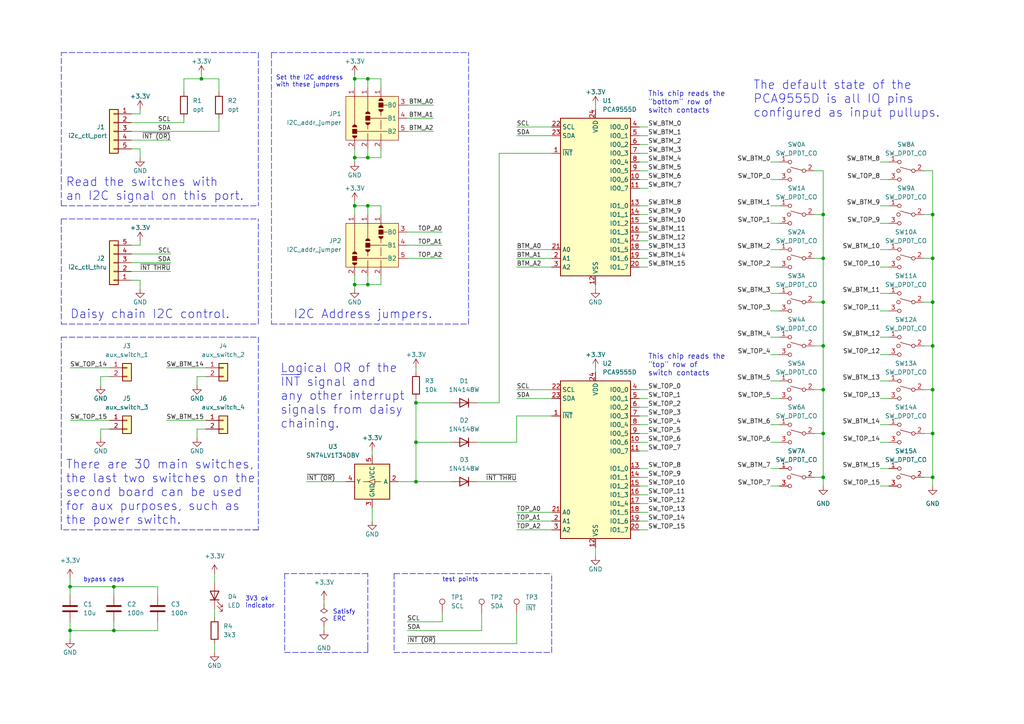
<source format=kicad_sch>
(kicad_sch (version 20211123) (generator eeschema)
  (paper "A4")
  (title_block (title "Switch Board") (date "2022-08-13") (rev "0.1") (comment 2 "I2C Switch Drivers") (comment 3 "Obedience project") (comment 4 "Drawn by: Jordan Aceto"))
  (lib_symbols
    (symbol "Connector:TestPoint" (pin_numbers hide) (pin_names (offset 0.762) hide)
      (property "Reference" "TP" (at 0 6.858 0))
      (property "Value" "TestPoint" (at 0 5.08 0))
      (symbol "TestPoint_0_1"
        (circle (center 0 3.302) (radius 0.762))
      )
      (symbol "TestPoint_1_1"
        (pin passive line (at 0 0 90) (length 2.54) (name "1") (number "1"))
      )
    )
    (symbol "Connector_Generic:Conn_01x02" (pin_names (offset 1.016) hide)
      (property "Reference" "J" (at 0 2.54 0))
      (property "Value" "Conn_01x02" (at 0 -5.08 0))
      (symbol "Conn_01x02_1_1"
        (rectangle (start -1.27 -2.413) (end 0 -2.667) (stroke (width 0.1524)))
        (rectangle (start -1.27 0.127) (end 0 -0.127) (stroke (width 0.1524)))
        (rectangle (start -1.27 1.27) (end 1.27 -3.81) (stroke (width 0.254)) (fill (type background)))
        (pin passive line (at -5.08 0 0) (length 3.81) (name "Pin_1") (number "1"))
        (pin passive line (at -5.08 -2.54 0) (length 3.81) (name "Pin_2") (number "2"))
      )
    )
    (symbol "Connector_Generic:Conn_01x05" (pin_names (offset 1.016) hide)
      (property "Reference" "J" (at 0 7.62 0))
      (property "Value" "Conn_01x05" (at 0 -7.62 0))
      (symbol "Conn_01x05_1_1"
        (rectangle (start -1.27 -4.953) (end 0 -5.207) (stroke (width 0.1524)))
        (rectangle (start -1.27 -2.413) (end 0 -2.667) (stroke (width 0.1524)))
        (rectangle (start -1.27 0.127) (end 0 -0.127) (stroke (width 0.1524)))
        (rectangle (start -1.27 2.667) (end 0 2.413) (stroke (width 0.1524)))
        (rectangle (start -1.27 5.207) (end 0 4.953) (stroke (width 0.1524)))
        (rectangle (start -1.27 6.35) (end 1.27 -6.35) (stroke (width 0.254)) (fill (type background)))
        (pin passive line (at -5.08 5.08 0) (length 3.81) (name "Pin_1") (number "1"))
        (pin passive line (at -5.08 2.54 0) (length 3.81) (name "Pin_2") (number "2"))
        (pin passive line (at -5.08 0 0) (length 3.81) (name "Pin_3") (number "3"))
        (pin passive line (at -5.08 -2.54 0) (length 3.81) (name "Pin_4") (number "4"))
        (pin passive line (at -5.08 -5.08 0) (length 3.81) (name "Pin_5") (number "5"))
      )
    )
    (symbol "Device:C" (pin_numbers hide) (pin_names (offset 0.254))
      (property "Reference" "C" (at 0.635 2.54 0))
      (property "Value" "C" (at 0.635 -2.54 0))
      (symbol "C_0_1"
        (polyline (pts (xy -2.032 -0.762) (xy 2.032 -0.762)) (stroke (width 0.508)))
        (polyline (pts (xy -2.032 0.762) (xy 2.032 0.762)) (stroke (width 0.508)))
      )
      (symbol "C_1_1"
        (pin passive line (at 0 3.81 270) (length 2.794) (name "~") (number "1"))
        (pin passive line (at 0 -3.81 90) (length 2.794) (name "~") (number "2"))
      )
    )
    (symbol "Device:LED" (pin_numbers hide) (pin_names (offset 1.016) hide)
      (property "Reference" "D" (at 0 2.54 0))
      (property "Value" "LED" (at 0 -2.54 0))
      (symbol "LED_0_1"
        (polyline (pts (xy -1.27 -1.27) (xy -1.27 1.27)) (stroke (width 0.254)))
        (polyline (pts (xy -1.27 0) (xy 1.27 0)))
        (polyline (pts (xy 1.27 -1.27) (xy 1.27 1.27) (xy -1.27 0) (xy 1.27 -1.27)) (stroke (width 0.254)))
        (polyline (pts (xy -3.048 -0.762) (xy -4.572 -2.286) (xy -3.81 -2.286) (xy -4.572 -2.286) (xy -4.572 -1.524)))
        (polyline (pts (xy -1.778 -0.762) (xy -3.302 -2.286) (xy -2.54 -2.286) (xy -3.302 -2.286) (xy -3.302 -1.524)))
      )
      (symbol "LED_1_1"
        (pin passive line (at -3.81 0 0) (length 2.54) (name "K") (number "1"))
        (pin passive line (at 3.81 0 180) (length 2.54) (name "A") (number "2"))
      )
    )
    (symbol "Device:R" (pin_numbers hide) (pin_names (offset 0))
      (property "Reference" "R" (at 2.032 0 90))
      (property "Value" "R" (at 0 0 90))
      (symbol "R_0_1"
        (rectangle (start -1.016 -2.54) (end 1.016 2.54) (stroke (width 0.254)))
      )
      (symbol "R_1_1"
        (pin passive line (at 0 3.81 270) (length 1.27) (name "~") (number "1"))
        (pin passive line (at 0 -3.81 90) (length 1.27) (name "~") (number "2"))
      )
    )
    (symbol "Diode:1N4148W" (pin_numbers hide) (pin_names (offset 1.016) hide)
      (property "Reference" "D" (at 0 2.54 0))
      (property "Value" "1N4148W" (at 0 -2.54 0))
      (symbol "1N4148W_0_1"
        (polyline (pts (xy -1.27 1.27) (xy -1.27 -1.27)) (stroke (width 0.254)))
        (polyline (pts (xy 1.27 0) (xy -1.27 0)))
        (polyline (pts (xy 1.27 1.27) (xy 1.27 -1.27) (xy -1.27 0) (xy 1.27 1.27)) (stroke (width 0.254)))
      )
      (symbol "1N4148W_1_1"
        (pin passive line (at -3.81 0 0) (length 2.54) (name "K") (number "1"))
        (pin passive line (at 3.81 0 180) (length 2.54) (name "A") (number "2"))
      )
    )
    (symbol "Interface_Expansion:PCA9555D"
      (property "Reference" "U" (at -8.89 24.13 0))
      (property "Value" "PCA9555D" (at 6.35 24.13 0))
      (symbol "PCA9555D_0_1"
        (rectangle (start -10.16 22.86) (end 10.16 -22.86) (stroke (width 0.254)) (fill (type background)))
      )
      (symbol "PCA9555D_1_1"
        (pin open_collector line (at -12.7 12.7 0) (length 2.54) (name "~{INT}") (number "1"))
        (pin bidirectional line (at 12.7 5.08 180) (length 2.54) (name "IO0_6") (number "10"))
        (pin bidirectional line (at 12.7 2.54 180) (length 2.54) (name "IO0_7") (number "11"))
        (pin power_in line (at 0 -25.4 90) (length 2.54) (name "VSS") (number "12"))
        (pin bidirectional line (at 12.7 -2.54 180) (length 2.54) (name "IO1_0") (number "13"))
        (pin bidirectional line (at 12.7 -5.08 180) (length 2.54) (name "IO1_1") (number "14"))
        (pin bidirectional line (at 12.7 -7.62 180) (length 2.54) (name "IO1_2") (number "15"))
        (pin bidirectional line (at 12.7 -10.16 180) (length 2.54) (name "IO1_3") (number "16"))
        (pin bidirectional line (at 12.7 -12.7 180) (length 2.54) (name "IO1_4") (number "17"))
        (pin bidirectional line (at 12.7 -15.24 180) (length 2.54) (name "IO1_5") (number "18"))
        (pin bidirectional line (at 12.7 -17.78 180) (length 2.54) (name "IO1_6") (number "19"))
        (pin input line (at -12.7 -17.78 0) (length 2.54) (name "A1") (number "2"))
        (pin bidirectional line (at 12.7 -20.32 180) (length 2.54) (name "IO1_7") (number "20"))
        (pin input line (at -12.7 -15.24 0) (length 2.54) (name "A0") (number "21"))
        (pin input line (at -12.7 20.32 0) (length 2.54) (name "SCL") (number "22"))
        (pin bidirectional line (at -12.7 17.78 0) (length 2.54) (name "SDA") (number "23"))
        (pin power_in line (at 0 25.4 270) (length 2.54) (name "VDD") (number "24"))
        (pin input line (at -12.7 -20.32 0) (length 2.54) (name "A2") (number "3"))
        (pin bidirectional line (at 12.7 20.32 180) (length 2.54) (name "IO0_0") (number "4"))
        (pin bidirectional line (at 12.7 17.78 180) (length 2.54) (name "IO0_1") (number "5"))
        (pin bidirectional line (at 12.7 15.24 180) (length 2.54) (name "IO0_2") (number "6"))
        (pin bidirectional line (at 12.7 12.7 180) (length 2.54) (name "IO0_3") (number "7"))
        (pin bidirectional line (at 12.7 10.16 180) (length 2.54) (name "IO0_4") (number "8"))
        (pin bidirectional line (at 12.7 7.62 180) (length 2.54) (name "IO0_5") (number "9"))
      )
    )
    (symbol "Logic_LevelTranslator:SN74LV1T34DBV"
      (property "Reference" "U" (at 5.08 6.35 0))
      (property "Value" "SN74LV1T34DBV" (at 5.08 3.81 0))
      (symbol "SN74LV1T34DBV_0_1"
        (rectangle (start -5.08 5.08) (end 5.08 -5.08) (stroke (width 0.254)) (fill (type background)))
        (polyline (pts (xy -0.762 0) (xy -2.54 0)))
        (polyline (pts (xy 1.016 0) (xy 2.54 0)))
      )
      (symbol "SN74LV1T34DBV_1_1"
        (polyline (pts (xy -0.762 -0.762) (xy -0.762 0.762) (xy 1.016 0) (xy -0.762 -0.762)))
        (pin no_connect line (at -5.08 2.54 0) (length 2.54) hide (name "NC") (number "1"))
        (pin input line (at -7.62 0 0) (length 2.54) (name "A") (number "2"))
        (pin power_in line (at 0 -7.62 90) (length 2.54) (name "GND") (number "3"))
        (pin output line (at 7.62 0 180) (length 2.54) (name "Y") (number "4"))
        (pin power_in line (at 0 7.62 270) (length 2.54) (name "VCC") (number "5"))
      )
    )
    (symbol "custom_symbols:I2C_addr_jumper"
      (property "Reference" "JP" (at 12.7 10.795 0))
      (property "Value" "I2C_addr_jumper" (at 13.97 8.89 0))
      (symbol "I2C_addr_jumper_0_1"
        (rectangle (start -6.35 6.35) (end 8.89 -6.35) (fill (type background)))
        (arc (start -4.445 -5.08) (mid -3.81 -5.7038) (end -3.175 -5.08) (fill (type outline)))
        (rectangle (start -4.445 -3.175) (end -3.175 -4.445) (fill (type outline)))
        (arc (start -3.175 -2.54) (mid -3.81 -1.9162) (end -4.445 -2.54) (fill (type outline)))
        (arc (start -0.635 -1.27) (mid 0 -1.8938) (end 0.635 -1.27) (fill (type outline)))
        (rectangle (start -0.635 0.635) (end 0.635 -0.635) (fill (type outline)))
        (polyline (pts (xy -4.445 -2.54) (xy -3.175 -2.54)) (fill (type outline)))
        (polyline (pts (xy -3.81 -5.715) (xy -3.81 -6.35)))
        (polyline (pts (xy -3.81 6.35) (xy -3.81 -1.905)))
        (polyline (pts (xy -3.175 -5.08) (xy -4.445 -5.08)) (fill (type outline)))
        (polyline (pts (xy -0.635 1.27) (xy 0.635 1.27)) (fill (type outline)))
        (polyline (pts (xy 0 -4.445) (xy 0 -6.35)))
        (polyline (pts (xy 0 -1.905) (xy 0 -3.175)))
        (polyline (pts (xy 0 6.35) (xy 0 1.905)))
        (polyline (pts (xy 0.635 -1.27) (xy -0.635 -1.27)) (fill (type outline)))
        (polyline (pts (xy 3.175 5.08) (xy 4.445 5.08)) (fill (type outline)))
        (polyline (pts (xy 3.81 -4.445) (xy 3.81 -6.35)))
        (polyline (pts (xy 3.81 -0.635) (xy 3.81 -3.175)))
        (polyline (pts (xy 3.81 1.905) (xy 3.81 0.635)))
        (polyline (pts (xy 3.81 6.35) (xy 3.81 5.715)))
        (polyline (pts (xy 4.445 2.54) (xy 3.175 2.54)) (fill (type outline)))
        (polyline (pts (xy 5.715 -3.81) (xy -3.175 -3.81)))
        (polyline (pts (xy 5.715 0) (xy 0.635 0)))
        (polyline (pts (xy 5.715 3.81) (xy 4.445 3.81)))
        (arc (start 0.635 1.27) (mid 0 1.8938) (end -0.635 1.27) (fill (type outline)))
        (arc (start 3.175 2.54) (mid 3.81 1.9162) (end 4.445 2.54) (fill (type outline)))
        (rectangle (start 3.175 4.445) (end 4.445 3.175) (fill (type outline)))
        (arc (start 4.445 5.08) (mid 3.81 5.7038) (end 3.175 5.08) (fill (type outline)))
      )
      (symbol "I2C_addr_jumper_1_1"
        (pin passive line (at -3.81 8.89 270) (length 2.54) (name "") (number "1"))
        (pin passive line (at 0 8.89 270) (length 2.54) (name "") (number "1"))
        (pin passive line (at 3.81 8.89 270) (length 2.54) (name "") (number "1"))
        (pin passive line (at -3.81 -8.89 90) (length 2.54) (name "") (number "2"))
        (pin passive line (at 0 -8.89 90) (length 2.54) (name "") (number "2"))
        (pin passive line (at 3.81 -8.89 90) (length 2.54) (name "") (number "2"))
        (pin output line (at 11.43 3.81 180) (length 2.54) (name "B0") (number "3"))
        (pin output line (at 11.43 0 180) (length 2.54) (name "B1") (number "4"))
        (pin output line (at 11.43 -3.81 180) (length 2.54) (name "B2") (number "5"))
      )
    )
    (symbol "custom_symbols:SW_DPDT_CO" (pin_names (offset 0) hide)
      (property "Reference" "SW0" (at -0.127 7.62 0))
      (property "Value" "SW_DPDT_CO" (at -0.127 5.08 0))
      (symbol "SW_DPDT_CO_0_0"
        (circle (center -2.032 0) (radius 0.508))
        (polyline (pts (xy -1.524 0.127) (xy 1.778 1.016)))
        (circle (center 2.032 -2.54) (radius 0.508))
      )
      (symbol "SW_DPDT_CO_0_1"
        (circle (center 2.032 2.54) (radius 0.508))
        (circle (center 2.286 0) (radius 0.508))
      )
      (symbol "SW_DPDT_CO_1_1"
        (pin passive line (at 5.08 2.54 180) (length 2.54) (name "1") (number "1"))
        (pin passive line (at -5.08 0 0) (length 2.54) (name "2") (number "2"))
        (pin passive line (at 5.08 -2.54 180) (length 2.54) (name "3") (number "3"))
      )
      (symbol "SW_DPDT_CO_2_1"
        (pin passive line (at 5.08 2.54 180) (length 2.54) (name "4") (number "4"))
        (pin passive line (at -5.08 0 0) (length 2.54) (name "5") (number "5"))
        (pin passive line (at 5.08 -2.54 180) (length 2.54) (name "6") (number "6"))
      )
    )
    (symbol "power:+3.3V" (power) (pin_names (offset 0))
      (property "Value" "+3.3V" (at 0 3.556 0))
      (symbol "+3.3V_0_1"
        (polyline (pts (xy -0.762 1.27) (xy 0 2.54)))
        (polyline (pts (xy 0 0) (xy 0 2.54)))
        (polyline (pts (xy 0 2.54) (xy 0.762 1.27)))
      )
      (symbol "+3.3V_1_1"
        (pin power_in line (at 0 0 90) (length 0) hide (name "+3.3V") (number "1"))
      )
    )
    (symbol "power:GND" (power) (pin_names (offset 0))
      (property "Value" "GND" (at 0 -3.81 0))
      (symbol "GND_0_1"
        (polyline (pts (xy 0 0) (xy 0 -1.27) (xy 1.27 -1.27) (xy 0 -2.54) (xy -1.27 -1.27) (xy 0 -1.27)))
      )
      (symbol "GND_1_1"
        (pin power_in line (at 0 0 270) (length 0) hide (name "GND") (number "1"))
      )
    )
    (symbol "power:PWR_FLAG" (power) (pin_numbers hide) (pin_names (offset 0) hide)
      (property "Value" "PWR_FLAG" (at 0 3.81 0))
      (symbol "PWR_FLAG_0_0"
        (pin power_out line (at 0 0 90) (length 0) (name "pwr") (number "1"))
      )
      (symbol "PWR_FLAG_0_1"
        (polyline (pts (xy 0 0) (xy 0 1.27) (xy -1.016 1.905) (xy 0 2.54) (xy 1.016 1.905) (xy 0 1.27)))
      )
    )
  )
  (bus_alias "SPI" (members "MOSI" "MISO" "SCLK" "CS0" "CS1" "CS2"))
  (junction (at 270.51 125.73))
  (junction (at 120.65 128.27))
  (junction (at 238.76 62.23))
  (junction (at 238.76 74.93))
  (junction (at 106.68 82.55))
  (junction (at 238.76 138.43))
  (junction (at 20.32 170.18))
  (junction (at 120.65 116.84))
  (junction (at 106.68 22.86))
  (junction (at 238.76 113.03))
  (junction (at 270.51 113.03))
  (junction (at 238.76 125.73))
  (junction (at 102.87 59.69))
  (junction (at 33.02 170.18))
  (junction (at 102.87 45.72))
  (junction (at 270.51 74.93))
  (junction (at 270.51 138.43))
  (junction (at 102.87 22.86))
  (junction (at 238.76 100.33))
  (junction (at 20.32 182.88))
  (junction (at 120.65 139.7))
  (junction (at 58.42 22.86))
  (junction (at 102.87 82.55))
  (junction (at 33.02 182.88))
  (junction (at 106.68 59.69))
  (junction (at 270.51 87.63))
  (junction (at 270.51 100.33))
  (junction (at 238.76 87.63))
  (junction (at 106.68 45.72))
  (junction (at 270.51 62.23))
  (wire (pts (xy 257.81 123.19) (xy 255.27 123.19)))
  (wire (pts (xy 270.51 138.43) (xy 267.97 138.43)))
  (wire (pts (xy 53.34 34.29) (xy 53.34 35.56)))
  (wire (pts (xy 58.42 21.59) (xy 58.42 22.86)))
  (wire (pts (xy 20.32 121.92) (xy 31.75 121.92)))
  (wire (pts (xy 107.95 130.81) (xy 107.95 132.08)))
  (wire (pts (xy 48.26 106.68) (xy 59.69 106.68)))
  (wire (pts (xy 93.98 182.88) (xy 93.98 181.61)))
  (polyline (pts (xy 106.68 187.96) (xy 106.68 166.37)))
  (wire (pts (xy 257.81 115.57) (xy 255.27 115.57)))
  (wire (pts (xy 48.26 121.92) (xy 59.69 121.92)))
  (wire (pts (xy 118.11 34.29) (xy 125.73 34.29)))
  (wire (pts (xy 226.06 85.09) (xy 223.52 85.09)))
  (wire (pts (xy 238.76 138.43) (xy 238.76 140.97)))
  (wire (pts (xy 118.11 186.69) (xy 149.86 186.69)))
  (wire (pts (xy 257.81 90.17) (xy 255.27 90.17)))
  (wire (pts (xy 130.81 128.27) (xy 120.65 128.27)))
  (wire (pts (xy 270.51 49.53) (xy 270.51 62.23)))
  (wire (pts (xy 270.51 100.33) (xy 270.51 113.03)))
  (polyline (pts (xy 73.66 153.67) (xy 74.93 153.67)))
  (wire (pts (xy 20.32 167.64) (xy 20.32 170.18)))
  (wire (pts (xy 40.64 81.28) (xy 40.64 83.82)))
  (wire (pts (xy 115.57 139.7) (xy 120.65 139.7)))
  (wire (pts (xy 38.1 33.02) (xy 40.64 33.02)))
  (wire (pts (xy 185.42 62.23) (xy 187.96 62.23)))
  (wire (pts (xy 185.42 143.51) (xy 187.96 143.51)))
  (wire (pts (xy 102.87 82.55) (xy 102.87 83.82)))
  (wire (pts (xy 267.97 100.33) (xy 270.51 100.33)))
  (wire (pts (xy 62.23 176.53) (xy 62.23 179.07)))
  (wire (pts (xy 59.69 124.46) (xy 57.15 124.46)))
  (wire (pts (xy 31.75 124.46) (xy 29.21 124.46)))
  (wire (pts (xy 149.86 72.39) (xy 160.02 72.39)))
  (wire (pts (xy 20.32 106.68) (xy 31.75 106.68)))
  (polyline (pts (xy 17.78 153.67) (xy 17.78 97.79)))
  (wire (pts (xy 106.68 22.86) (xy 106.68 25.4)))
  (wire (pts (xy 238.76 138.43) (xy 236.22 138.43)))
  (wire (pts (xy 45.72 170.18) (xy 33.02 170.18)))
  (wire (pts (xy 226.06 110.49) (xy 223.52 110.49)))
  (wire (pts (xy 138.43 128.27) (xy 149.86 128.27)))
  (wire (pts (xy 226.06 90.17) (xy 223.52 90.17)))
  (wire (pts (xy 172.72 82.55) (xy 172.72 83.82)))
  (wire (pts (xy 38.1 35.56) (xy 53.34 35.56)))
  (wire (pts (xy 185.42 36.83) (xy 187.96 36.83)))
  (wire (pts (xy 102.87 22.86) (xy 102.87 25.4)))
  (wire (pts (xy 149.86 77.47) (xy 160.02 77.47)))
  (polyline (pts (xy 17.78 63.5) (xy 74.93 63.5)))
  (wire (pts (xy 120.65 116.84) (xy 130.81 116.84)))
  (wire (pts (xy 106.68 59.69) (xy 102.87 59.69)))
  (wire (pts (xy 149.86 74.93) (xy 160.02 74.93)))
  (wire (pts (xy 118.11 30.48) (xy 125.73 30.48)))
  (polyline (pts (xy 82.55 189.23) (xy 106.68 189.23)))
  (wire (pts (xy 149.86 151.13) (xy 160.02 151.13)))
  (polyline (pts (xy 78.74 15.24) (xy 78.74 93.98)))
  (wire (pts (xy 267.97 74.93) (xy 270.51 74.93)))
  (wire (pts (xy 267.97 113.03) (xy 270.51 113.03)))
  (polyline (pts (xy 74.93 153.67) (xy 17.78 153.67)))
  (polyline (pts (xy 17.78 15.24) (xy 74.93 15.24)))
  (wire (pts (xy 40.64 31.75) (xy 40.64 33.02)))
  (wire (pts (xy 63.5 22.86) (xy 63.5 26.67)))
  (wire (pts (xy 33.02 170.18) (xy 20.32 170.18)))
  (wire (pts (xy 236.22 125.73) (xy 238.76 125.73)))
  (wire (pts (xy 63.5 22.86) (xy 58.42 22.86)))
  (wire (pts (xy 236.22 100.33) (xy 238.76 100.33)))
  (wire (pts (xy 102.87 43.18) (xy 102.87 45.72)))
  (wire (pts (xy 185.42 153.67) (xy 187.96 153.67)))
  (wire (pts (xy 102.87 45.72) (xy 102.87 46.99)))
  (wire (pts (xy 270.51 62.23) (xy 270.51 74.93)))
  (wire (pts (xy 185.42 135.89) (xy 187.96 135.89)))
  (wire (pts (xy 53.34 26.67) (xy 53.34 22.86)))
  (wire (pts (xy 138.43 139.7) (xy 149.86 139.7)))
  (wire (pts (xy 58.42 22.86) (xy 53.34 22.86)))
  (wire (pts (xy 20.32 182.88) (xy 33.02 182.88)))
  (wire (pts (xy 63.5 34.29) (xy 63.5 38.1)))
  (wire (pts (xy 226.06 128.27) (xy 223.52 128.27)))
  (wire (pts (xy 110.49 25.4) (xy 110.49 22.86)))
  (wire (pts (xy 118.11 182.88) (xy 139.7 182.88)))
  (wire (pts (xy 128.27 67.31) (xy 118.11 67.31)))
  (wire (pts (xy 149.86 113.03) (xy 160.02 113.03)))
  (wire (pts (xy 257.81 97.79) (xy 255.27 97.79)))
  (wire (pts (xy 120.65 128.27) (xy 120.65 139.7)))
  (wire (pts (xy 236.22 113.03) (xy 238.76 113.03)))
  (wire (pts (xy 40.64 43.18) (xy 40.64 45.72)))
  (polyline (pts (xy 114.3 189.23) (xy 160.02 189.23)))
  (wire (pts (xy 185.42 123.19) (xy 187.96 123.19)))
  (wire (pts (xy 149.86 115.57) (xy 160.02 115.57)))
  (wire (pts (xy 102.87 59.69) (xy 102.87 62.23)))
  (wire (pts (xy 270.51 113.03) (xy 270.51 125.73)))
  (wire (pts (xy 226.06 46.99) (xy 223.52 46.99)))
  (wire (pts (xy 257.81 77.47) (xy 255.27 77.47)))
  (wire (pts (xy 226.06 115.57) (xy 223.52 115.57)))
  (wire (pts (xy 57.15 124.46) (xy 57.15 127)))
  (wire (pts (xy 107.95 147.32) (xy 107.95 151.13)))
  (polyline (pts (xy 82.55 166.37) (xy 82.55 189.23)))
  (wire (pts (xy 185.42 54.61) (xy 187.96 54.61)))
  (wire (pts (xy 110.49 45.72) (xy 110.49 43.18)))
  (wire (pts (xy 38.1 76.2) (xy 49.53 76.2)))
  (wire (pts (xy 20.32 170.18) (xy 20.32 172.72)))
  (polyline (pts (xy 17.78 97.79) (xy 74.93 97.79)))
  (polyline (pts (xy 78.74 93.98) (xy 135.89 93.98)))
  (wire (pts (xy 102.87 80.01) (xy 102.87 82.55)))
  (wire (pts (xy 257.81 72.39) (xy 255.27 72.39)))
  (wire (pts (xy 226.06 64.77) (xy 223.52 64.77)))
  (wire (pts (xy 62.23 166.37) (xy 62.23 168.91)))
  (polyline (pts (xy 106.68 166.37) (xy 82.55 166.37)))
  (wire (pts (xy 236.22 87.63) (xy 238.76 87.63)))
  (wire (pts (xy 267.97 62.23) (xy 270.51 62.23)))
  (wire (pts (xy 38.1 81.28) (xy 40.64 81.28)))
  (wire (pts (xy 93.98 173.99) (xy 93.98 175.26)))
  (wire (pts (xy 257.81 102.87) (xy 255.27 102.87)))
  (wire (pts (xy 120.65 107.95) (xy 120.65 106.68)))
  (wire (pts (xy 185.42 39.37) (xy 187.96 39.37)))
  (wire (pts (xy 149.86 148.59) (xy 160.02 148.59)))
  (wire (pts (xy 139.7 177.8) (xy 139.7 182.88)))
  (wire (pts (xy 106.68 45.72) (xy 110.49 45.72)))
  (wire (pts (xy 106.68 22.86) (xy 102.87 22.86)))
  (wire (pts (xy 185.42 120.65) (xy 187.96 120.65)))
  (wire (pts (xy 257.81 128.27) (xy 255.27 128.27)))
  (wire (pts (xy 144.78 116.84) (xy 144.78 44.45)))
  (wire (pts (xy 185.42 77.47) (xy 187.96 77.47)))
  (wire (pts (xy 38.1 38.1) (xy 63.5 38.1)))
  (wire (pts (xy 236.22 49.53) (xy 238.76 49.53)))
  (wire (pts (xy 257.81 140.97) (xy 255.27 140.97)))
  (wire (pts (xy 238.76 74.93) (xy 238.76 87.63)))
  (wire (pts (xy 110.49 22.86) (xy 106.68 22.86)))
  (wire (pts (xy 172.72 106.68) (xy 172.72 107.95)))
  (wire (pts (xy 185.42 67.31) (xy 187.96 67.31)))
  (wire (pts (xy 45.72 170.18) (xy 45.72 172.72)))
  (wire (pts (xy 270.51 87.63) (xy 270.51 100.33)))
  (wire (pts (xy 185.42 59.69) (xy 187.96 59.69)))
  (wire (pts (xy 185.42 64.77) (xy 187.96 64.77)))
  (wire (pts (xy 120.65 115.57) (xy 120.65 116.84)))
  (wire (pts (xy 267.97 49.53) (xy 270.51 49.53)))
  (wire (pts (xy 29.21 124.46) (xy 29.21 127)))
  (wire (pts (xy 185.42 113.03) (xy 187.96 113.03)))
  (polyline (pts (xy 74.93 15.24) (xy 74.93 59.69)))
  (wire (pts (xy 185.42 115.57) (xy 187.96 115.57)))
  (wire (pts (xy 20.32 185.42) (xy 20.32 182.88)))
  (wire (pts (xy 226.06 140.97) (xy 223.52 140.97)))
  (wire (pts (xy 238.76 113.03) (xy 238.76 125.73)))
  (wire (pts (xy 185.42 44.45) (xy 187.96 44.45)))
  (wire (pts (xy 238.76 87.63) (xy 238.76 100.33)))
  (wire (pts (xy 257.81 135.89) (xy 255.27 135.89)))
  (wire (pts (xy 128.27 177.8) (xy 128.27 180.34)))
  (wire (pts (xy 226.06 77.47) (xy 223.52 77.47)))
  (polyline (pts (xy 74.93 93.98) (xy 74.93 63.5)))
  (wire (pts (xy 270.51 138.43) (xy 270.51 140.97)))
  (wire (pts (xy 106.68 80.01) (xy 106.68 82.55)))
  (wire (pts (xy 40.64 69.85) (xy 40.64 71.12)))
  (wire (pts (xy 106.68 43.18) (xy 106.68 45.72)))
  (wire (pts (xy 185.42 41.91) (xy 187.96 41.91)))
  (wire (pts (xy 185.42 74.93) (xy 187.96 74.93)))
  (wire (pts (xy 20.32 180.34) (xy 20.32 182.88)))
  (wire (pts (xy 172.72 30.48) (xy 172.72 31.75)))
  (polyline (pts (xy 17.78 59.69) (xy 74.93 59.69)))
  (wire (pts (xy 226.06 97.79) (xy 223.52 97.79)))
  (polyline (pts (xy 114.3 166.37) (xy 160.02 166.37)))
  (wire (pts (xy 185.42 49.53) (xy 187.96 49.53)))
  (wire (pts (xy 38.1 71.12) (xy 40.64 71.12)))
  (wire (pts (xy 226.06 59.69) (xy 223.52 59.69)))
  (polyline (pts (xy 17.78 93.98) (xy 74.93 93.98)))
  (wire (pts (xy 100.33 139.7) (xy 88.9 139.7)))
  (wire (pts (xy 62.23 186.69) (xy 62.23 189.23)))
  (wire (pts (xy 185.42 52.07) (xy 187.96 52.07)))
  (wire (pts (xy 257.81 110.49) (xy 255.27 110.49)))
  (wire (pts (xy 257.81 59.69) (xy 255.27 59.69)))
  (wire (pts (xy 149.86 120.65) (xy 160.02 120.65)))
  (wire (pts (xy 45.72 180.34) (xy 45.72 182.88)))
  (wire (pts (xy 149.86 36.83) (xy 160.02 36.83)))
  (wire (pts (xy 267.97 125.73) (xy 270.51 125.73)))
  (wire (pts (xy 33.02 182.88) (xy 45.72 182.88)))
  (wire (pts (xy 102.87 82.55) (xy 106.68 82.55)))
  (wire (pts (xy 185.42 118.11) (xy 187.96 118.11)))
  (wire (pts (xy 238.76 62.23) (xy 238.76 74.93)))
  (wire (pts (xy 110.49 82.55) (xy 110.49 80.01)))
  (wire (pts (xy 267.97 87.63) (xy 270.51 87.63)))
  (wire (pts (xy 226.06 135.89) (xy 223.52 135.89)))
  (wire (pts (xy 38.1 73.66) (xy 49.53 73.66)))
  (polyline (pts (xy 114.3 166.37) (xy 114.3 189.23)))
  (wire (pts (xy 102.87 45.72) (xy 106.68 45.72)))
  (wire (pts (xy 149.86 177.8) (xy 149.86 186.69)))
  (wire (pts (xy 185.42 140.97) (xy 187.96 140.97)))
  (wire (pts (xy 149.86 39.37) (xy 160.02 39.37)))
  (wire (pts (xy 238.76 125.73) (xy 238.76 138.43)))
  (wire (pts (xy 149.86 153.67) (xy 160.02 153.67)))
  (polyline (pts (xy 135.89 93.98) (xy 135.89 15.24)))
  (wire (pts (xy 185.42 46.99) (xy 187.96 46.99)))
  (wire (pts (xy 144.78 44.45) (xy 160.02 44.45)))
  (wire (pts (xy 57.15 109.22) (xy 57.15 111.76)))
  (wire (pts (xy 120.65 139.7) (xy 130.81 139.7)))
  (wire (pts (xy 138.43 116.84) (xy 144.78 116.84)))
  (wire (pts (xy 110.49 62.23) (xy 110.49 59.69)))
  (wire (pts (xy 185.42 151.13) (xy 187.96 151.13)))
  (wire (pts (xy 38.1 40.64) (xy 49.53 40.64)))
  (wire (pts (xy 118.11 180.34) (xy 128.27 180.34)))
  (polyline (pts (xy 74.93 97.79) (xy 74.93 153.67)))
  (wire (pts (xy 226.06 72.39) (xy 223.52 72.39)))
  (wire (pts (xy 172.72 158.75) (xy 172.72 161.29)))
  (wire (pts (xy 120.65 128.27) (xy 120.65 116.84)))
  (wire (pts (xy 185.42 69.85) (xy 187.96 69.85)))
  (wire (pts (xy 226.06 123.19) (xy 223.52 123.19)))
  (polyline (pts (xy 17.78 63.5) (xy 17.78 93.98)))
  (wire (pts (xy 257.81 52.07) (xy 255.27 52.07)))
  (polyline (pts (xy 78.74 15.24) (xy 135.89 15.24)))
  (wire (pts (xy 238.76 49.53) (xy 238.76 62.23)))
  (wire (pts (xy 29.21 109.22) (xy 29.21 111.76)))
  (wire (pts (xy 238.76 100.33) (xy 238.76 113.03)))
  (wire (pts (xy 38.1 78.74) (xy 49.53 78.74)))
  (wire (pts (xy 257.81 64.77) (xy 255.27 64.77)))
  (polyline (pts (xy 160.02 189.23) (xy 160.02 166.37)))
  (wire (pts (xy 128.27 71.12) (xy 118.11 71.12)))
  (wire (pts (xy 102.87 58.42) (xy 102.87 59.69)))
  (wire (pts (xy 59.69 109.22) (xy 57.15 109.22)))
  (wire (pts (xy 236.22 74.93) (xy 238.76 74.93)))
  (wire (pts (xy 33.02 180.34) (xy 33.02 182.88)))
  (polyline (pts (xy 106.68 187.96) (xy 106.68 189.23)))
  (polyline (pts (xy 17.78 59.69) (xy 17.78 15.24)))
  (wire (pts (xy 31.75 109.22) (xy 29.21 109.22)))
  (wire (pts (xy 38.1 43.18) (xy 40.64 43.18)))
  (wire (pts (xy 185.42 125.73) (xy 187.96 125.73)))
  (wire (pts (xy 257.81 46.99) (xy 255.27 46.99)))
  (wire (pts (xy 106.68 82.55) (xy 110.49 82.55)))
  (wire (pts (xy 102.87 21.59) (xy 102.87 22.86)))
  (wire (pts (xy 185.42 72.39) (xy 187.96 72.39)))
  (wire (pts (xy 270.51 125.73) (xy 270.51 138.43)))
  (wire (pts (xy 185.42 148.59) (xy 187.96 148.59)))
  (wire (pts (xy 270.51 74.93) (xy 270.51 87.63)))
  (wire (pts (xy 185.42 130.81) (xy 187.96 130.81)))
  (wire (pts (xy 33.02 170.18) (xy 33.02 172.72)))
  (wire (pts (xy 236.22 62.23) (xy 238.76 62.23)))
  (wire (pts (xy 118.11 38.1) (xy 125.73 38.1)))
  (wire (pts (xy 149.86 128.27) (xy 149.86 120.65)))
  (wire (pts (xy 257.81 85.09) (xy 255.27 85.09)))
  (wire (pts (xy 106.68 59.69) (xy 106.68 62.23)))
  (wire (pts (xy 226.06 52.07) (xy 223.52 52.07)))
  (wire (pts (xy 185.42 146.05) (xy 187.96 146.05)))
  (wire (pts (xy 128.27 74.93) (xy 118.11 74.93)))
  (wire (pts (xy 226.06 102.87) (xy 223.52 102.87)))
  (wire (pts (xy 110.49 59.69) (xy 106.68 59.69)))
  (wire (pts (xy 185.42 128.27) (xy 187.96 128.27)))
  (wire (pts (xy 185.42 138.43) (xy 187.96 138.43)))
  (text "I2C Address jumpers." (at 85.09 92.71 0) (effects (font (size 2.5 2.5)) (justify left bottom)))
  (text "3V3 ok\nindicator" (at 71.12 176.53 0) (effects (font (size 1.27 1.27)) (justify left bottom)))
  (text "Set the I2C address\nwith these jumpers" (at 80.01 25.4 0) (effects (font (size 1.27 1.27)) (justify left bottom)))
  (text "This chip reads the\n\"top\" row of \nswitch contacts" (at 187.96 109.22 0) (effects (font (size 1.5 1.5)) (justify left bottom)))
  (text "This chip reads the\n\"bottom\" row of \nswitch contacts" (at 187.96 33.02 0) (effects (font (size 1.5 1.5)) (justify left bottom)))
  (text "bypass caps" (at 24.13 168.91 0) (effects (font (size 1.27 1.27)) (justify left bottom)))
  (text "Read the switches with\nan I2C signal on this port." (at 19.05 58.42 0) (effects (font (size 2.5 2.5)) (justify left bottom)))
  (text "Satisfy\nERC" (at 96.52 180.34 0) (effects (font (size 1.27 1.27)) (justify left bottom)))
  (text "The default state of the \nPCA9555D is all IO pins \nconfigured as input pullups." (at 218.44 34.29 0) (effects (font (size 2.5 2.5)) (justify left bottom)))
  (text "Logical OR of the\n~{INT} signal and\nany other interrupt\nsignals from daisy\nchaining." (at 81.28 124.46 0) (effects (font (size 2.5 2.5)) (justify left bottom)))
  (text "There are 30 main switches,\nthe last two switches on the\nsecond board can be used\nfor aux purposes, such as\nthe power switch." (at 19.05 152.4 0) (effects (font (size 2.5 2.5)) (justify left bottom)))
  (text "test points" (at 128.27 168.91 0) (effects (font (size 1.27 1.27)) (justify left bottom)))
  (text "Daisy chain I2C control." (at 20.32 92.71 0) (effects (font (size 2.5 2.5)) (justify left bottom)))
  (label "SDA" (at 149.86 39.37 0))
  (label "SW_TOP_3" (at 223.52 90.17 180))
  (label "SW_BTM_2" (at 187.96 41.91 0))
  (label "SW_BTM_5" (at 223.52 110.49 180))
  (label "SW_BTM_7" (at 187.96 54.61 0))
  (label "SW_TOP_4" (at 187.96 123.19 0))
  (label "BTM_A1" (at 125.73 34.29 180))
  (label "SW_BTM_3" (at 187.96 44.45 0))
  (label "SCL" (at 49.53 35.56 180))
  (label "SW_TOP_14" (at 187.96 151.13 0))
  (label "SW_BTM_10" (at 187.96 64.77 0))
  (label "SW_TOP_10" (at 255.27 77.47 180))
  (label "SW_TOP_0" (at 223.52 52.07 180))
  (label "SW_TOP_8" (at 187.96 135.89 0))
  (label "SW_TOP_4" (at 223.52 102.87 180))
  (label "BTM_A2" (at 149.86 77.47 0))
  (label "~{INT (OR)}" (at 88.9 139.7 0))
  (label "SDA" (at 49.53 38.1 180))
  (label "SW_BTM_1" (at 187.96 39.37 0))
  (label "SDA" (at 149.86 115.57 0))
  (label "~{INT THRU}" (at 149.86 139.7 180))
  (label "SW_TOP_13" (at 187.96 148.59 0))
  (label "SW_TOP_8" (at 255.27 52.07 180))
  (label "SCL" (at 118.11 180.34 0))
  (label "SW_BTM_4" (at 223.52 97.79 180))
  (label "SCL" (at 149.86 36.83 0))
  (label "SW_BTM_13" (at 255.27 110.49 180))
  (label "SW_BTM_6" (at 187.96 52.07 0))
  (label "SW_BTM_15" (at 48.26 121.92 0))
  (label "SW_TOP_15" (at 187.96 153.67 0))
  (label "SW_TOP_2" (at 223.52 77.47 180))
  (label "SW_TOP_5" (at 223.52 115.57 180))
  (label "BTM_A0" (at 125.73 30.48 180))
  (label "SW_TOP_14" (at 20.32 106.68 0))
  (label "SW_BTM_14" (at 48.26 106.68 0))
  (label "SW_TOP_1" (at 223.52 64.77 180))
  (label "SW_BTM_1" (at 223.52 59.69 180))
  (label "SW_TOP_11" (at 255.27 90.17 180))
  (label "SW_BTM_14" (at 187.96 74.93 0))
  (label "~{INT (OR)}" (at 118.11 186.69 0))
  (label "SW_TOP_3" (at 187.96 120.65 0))
  (label "SW_BTM_15" (at 187.96 77.47 0))
  (label "SW_BTM_4" (at 187.96 46.99 0))
  (label "SW_TOP_6" (at 187.96 128.27 0))
  (label "TOP_A2" (at 128.27 74.93 180))
  (label "SW_TOP_9" (at 255.27 64.77 180))
  (label "SW_BTM_5" (at 187.96 49.53 0))
  (label "SW_TOP_15" (at 20.32 121.92 0))
  (label "SW_TOP_15" (at 255.27 140.97 180))
  (label "SW_BTM_8" (at 255.27 46.99 180))
  (label "SW_TOP_0" (at 187.96 113.03 0))
  (label "SW_BTM_10" (at 255.27 72.39 180))
  (label "BTM_A0" (at 149.86 72.39 0))
  (label "SW_TOP_2" (at 187.96 118.11 0))
  (label "TOP_A1" (at 128.27 71.12 180))
  (label "SW_BTM_6" (at 223.52 123.19 180))
  (label "~{INT (OR)}" (at 49.53 40.64 180))
  (label "SW_BTM_9" (at 255.27 59.69 180))
  (label "SW_TOP_11" (at 187.96 143.51 0))
  (label "SW_BTM_2" (at 223.52 72.39 180))
  (label "SW_BTM_12" (at 255.27 97.79 180))
  (label "SW_BTM_9" (at 187.96 62.23 0))
  (label "SW_TOP_10" (at 187.96 140.97 0))
  (label "TOP_A2" (at 149.86 153.67 0))
  (label "SW_TOP_6" (at 223.52 128.27 180))
  (label "BTM_A2" (at 125.73 38.1 180))
  (label "SW_TOP_9" (at 187.96 138.43 0))
  (label "SW_BTM_15" (at 255.27 135.89 180))
  (label "SDA" (at 49.53 76.2 180))
  (label "SW_BTM_0" (at 223.52 46.99 180))
  (label "SCL" (at 149.86 113.03 0))
  (label "SW_TOP_5" (at 187.96 125.73 0))
  (label "SW_TOP_12" (at 255.27 102.87 180))
  (label "TOP_A0" (at 149.86 148.59 0))
  (label "SW_BTM_0" (at 187.96 36.83 0))
  (label "SW_BTM_3" (at 223.52 85.09 180))
  (label "SW_TOP_14" (at 255.27 128.27 180))
  (label "TOP_A1" (at 149.86 151.13 0))
  (label "SW_TOP_7" (at 187.96 130.81 0))
  (label "SW_BTM_7" (at 223.52 135.89 180))
  (label "~{INT THRU}" (at 49.53 78.74 180))
  (label "BTM_A1" (at 149.86 74.93 0))
  (label "SW_TOP_12" (at 187.96 146.05 0))
  (label "SW_BTM_11" (at 255.27 85.09 180))
  (label "SW_BTM_14" (at 255.27 123.19 180))
  (label "SW_BTM_8" (at 187.96 59.69 0))
  (label "SW_TOP_7" (at 223.52 140.97 180))
  (label "SCL" (at 49.53 73.66 180))
  (label "SW_BTM_12" (at 187.96 69.85 0))
  (label "SDA" (at 118.11 182.88 0))
  (label "TOP_A0" (at 128.27 67.31 180))
  (label "SW_TOP_13" (at 255.27 115.57 180))
  (label "SW_TOP_1" (at 187.96 115.57 0))
  (label "SW_BTM_13" (at 187.96 72.39 0))
  (label "SW_BTM_11" (at 187.96 67.31 0))
  (symbol (lib_id "power:+3.3V") (at 107.95 130.81 0) (unit 1)
    (property "Reference" "#PWR07" (effects hide))
    (property "Value" "+3.3V" (at 107.95 127 0))
  )
  (symbol (lib_id "power:GND") (at 57.15 111.76 0) (mirror y) (unit 1)
    (property "Reference" "#PWR0109" (effects hide))
    (property "Value" "GND" (at 57.15 115.57 0))
  )
  (symbol (lib_id "Logic_LevelTranslator:SN74LV1T34DBV") (at 107.95 139.7 0) (mirror y) (unit 1)
    (property "Reference" "U3" (at 96.52 129.54 0))
    (property "Value" "SN74LV1T34DBV" (at 96.52 132.08 0))
    (property "Footprint" "Package_TO_SOT_SMD:SOT-23-5" (effects hide))
    (property "Datasheet" "https://www.ti.com/lit/ds/symlink/sn74lv1t34.pdf" (effects hide))
  )
  (symbol (lib_id "power:GND") (at 102.87 83.82 0) (unit 1)
    (property "Reference" "#PWR0106" (effects hide))
    (property "Value" "GND" (at 102.87 87.63 0))
  )
  (symbol (lib_id "Connector_Generic:Conn_01x05") (at 33.02 38.1 0) (mirror y) (unit 1)
    (property "Reference" "J1" (at 29.21 36.83 0))
    (property "Value" "i2c_ctl_port" (at 25.4 39.37 0))
    (property "Footprint" "Connector_Molex:Molex_KK-254_AE-6410-05A_1x05_P2.54mm_Vertical" (effects hide))
  )
  (symbol (lib_id "Device:C") (at 33.02 176.53 0) (unit 1)
    (property "Reference" "C2" (at 36.83 175.2599 0) (effects (justify left)))
    (property "Value" "100n" (at 36.83 177.7999 0) (effects (justify left)))
    (property "Footprint" "Capacitor_SMD:C_0805_2012Metric" (effects hide))
  )
  (symbol (lib_id "power:GND") (at 107.95 151.13 0) (unit 1)
    (property "Reference" "#PWR08" (effects hide))
    (property "Value" "GND" (at 107.95 154.94 0))
  )
  (symbol (lib_id "power:PWR_FLAG") (at 93.98 181.61 0) (unit 1)
    (property "Reference" "#FLG02" (effects hide))
    (property "Value" "PWR_FLAG" (effects hide))
  )
  (symbol (lib_id "power:GND") (at 270.51 140.97 0) (unit 1)
    (property "Reference" "#PWR014" (effects hide))
    (property "Value" "GND" (at 270.51 146.05 0))
  )
  (symbol (lib_id "Interface_Expansion:PCA9555D") (at 172.72 133.35 0) (unit 1)
    (property "Reference" "U2" (at 174.7394 105.41 0) (effects (justify left)))
    (property "Value" "PCA9555D" (at 174.7394 107.95 0) (effects (justify left)))
    (property "Footprint" "Package_SO:SOIC-24W_7.5x15.4mm_P1.27mm" (effects hide))
    (property "Datasheet" "https://www.nxp.com/docs/en/data-sheet/PCA9555.pdf" (effects hide))
  )
  (symbol (lib_id "power:+3.3V") (at 20.32 167.64 0) (unit 1)
    (property "Reference" "#PWR0105" (effects hide))
    (property "Value" "+3.3V" (at 20.32 162.56 0))
  )
  (symbol (lib_id "power:+3.3V") (at 172.72 30.48 0) (unit 1)
    (property "Reference" "#PWR011" (effects hide))
    (property "Value" "+3.3V" (at 172.72 26.67 0))
  )
  (symbol (lib_id "power:GND") (at 102.87 46.99 0) (unit 1)
    (property "Reference" "#PWR01" (effects hide))
    (property "Value" "GND" (at 102.87 50.8 0))
  )
  (symbol (lib_id "Diode:1N4148W") (at 134.62 116.84 0) (mirror y) (unit 1)
    (property "Reference" "D1" (at 134.62 110.49 0))
    (property "Value" "1N4148W" (at 134.62 113.03 0))
    (property "Footprint" "Diode_SMD:D_SOD-123" (effects hide))
    (property "Datasheet" "https://www.vishay.com/docs/85748/1n4148w.pdf" (effects hide))
  )
  (symbol (lib_id "custom_symbols:SW_DPDT_CO") (at 231.14 113.03 0) (mirror y) (unit 1)
    (property "Reference" "SW5" (at 231.013 105.41 0))
    (property "Value" "SW_DPDT_CO" (at 231.013 107.95 0))
    (property "Footprint" "custom_footprints:orange_DPDT" (effects hide))
  )
  (symbol (lib_id "Diode:1N4148W") (at 134.62 139.7 0) (mirror y) (unit 1)
    (property "Reference" "D3" (at 134.62 133.35 0))
    (property "Value" "1N4148W" (at 134.62 135.89 0))
    (property "Footprint" "Diode_SMD:D_SOD-123" (effects hide))
    (property "Datasheet" "https://www.vishay.com/docs/85748/1n4148w.pdf" (effects hide))
  )
  (symbol (lib_id "custom_symbols:SW_DPDT_CO") (at 262.89 87.63 0) (mirror y) (unit 1)
    (property "Reference" "SW11" (at 262.763 80.01 0))
    (property "Value" "SW_DPDT_CO" (at 262.763 82.55 0))
    (property "Footprint" "custom_footprints:orange_DPDT" (effects hide))
  )
  (symbol (lib_id "power:GND") (at 93.98 182.88 0) (unit 1)
    (property "Reference" "#PWR020" (effects hide))
    (property "Value" "GND" (at 93.98 187.96 0))
  )
  (symbol (lib_id "custom_symbols:SW_DPDT_CO") (at 231.14 74.93 0) (mirror y) (unit 1)
    (property "Reference" "SW2" (at 231.013 67.31 0))
    (property "Value" "SW_DPDT_CO" (at 231.013 69.85 0))
    (property "Footprint" "custom_footprints:orange_DPDT" (effects hide))
  )
  (symbol (lib_id "custom_symbols:SW_DPDT_CO") (at 262.89 49.53 0) (mirror y) (unit 1)
    (property "Reference" "SW8" (at 262.763 41.91 0))
    (property "Value" "SW_DPDT_CO" (at 262.763 44.45 0))
    (property "Footprint" "custom_footprints:orange_DPDT" (effects hide))
  )
  (symbol (lib_id "custom_symbols:I2C_addr_jumper") (at 106.68 34.29 0) (unit 1)
    (property "Reference" "JP1" (at 99.06 33.0199 0) (effects (justify right)))
    (property "Value" "I2C_addr_jumper" (at 99.06 35.5599 0) (effects (justify right)))
    (property "Footprint" "custom_footprints:I2C_addr_jumper" (effects hide))
  )
  (symbol (lib_id "power:GND") (at 29.21 127 0) (mirror y) (unit 1)
    (property "Reference" "#PWR0111" (effects hide))
    (property "Value" "GND" (at 29.21 130.81 0))
  )
  (symbol (lib_id "Connector_Generic:Conn_01x02") (at 64.77 121.92 0) (unit 1)
    (property "Reference" "J6" (at 63.5 115.57 0) (effects (justify left)))
    (property "Value" "aux_switch_4" (at 58.42 118.11 0) (effects (justify left)))
    (property "Footprint" "Connector_Molex:Molex_KK-254_AE-6410-02A_1x02_P2.54mm_Vertical" (effects hide))
  )
  (symbol (lib_id "Device:C") (at 45.72 176.53 0) (unit 1)
    (property "Reference" "C3" (at 49.53 175.2599 0) (effects (justify left)))
    (property "Value" "100n" (at 49.53 177.7999 0) (effects (justify left)))
    (property "Footprint" "Capacitor_SMD:C_0805_2012Metric" (effects hide))
  )
  (symbol (lib_id "custom_symbols:SW_DPDT_CO") (at 231.14 87.63 0) (mirror y) (unit 1)
    (property "Reference" "SW3" (at 231.013 80.01 0))
    (property "Value" "SW_DPDT_CO" (at 231.013 82.55 0))
    (property "Footprint" "custom_footprints:orange_DPDT" (effects hide))
  )
  (symbol (lib_id "custom_symbols:I2C_addr_jumper") (at 106.68 71.12 0) (unit 1)
    (property "Reference" "JP2" (at 99.06 69.8499 0) (effects (justify right)))
    (property "Value" "I2C_addr_jumper" (at 99.06 72.3899 0) (effects (justify right)))
    (property "Footprint" "custom_footprints:I2C_addr_jumper" (effects hide))
  )
  (symbol (lib_id "custom_symbols:SW_DPDT_CO") (at 262.89 62.23 0) (mirror y) (unit 1)
    (property "Reference" "SW9" (at 262.763 54.61 0))
    (property "Value" "SW_DPDT_CO" (at 262.763 57.15 0))
    (property "Footprint" "custom_footprints:orange_DPDT" (effects hide))
  )
  (symbol (lib_id "power:+3.3V") (at 120.65 106.68 0) (unit 1)
    (property "Reference" "#PWR0108" (effects hide))
    (property "Value" "+3.3V" (at 120.65 102.87 0))
  )
  (symbol (lib_id "power:GND") (at 40.64 83.82 0) (unit 1)
    (property "Reference" "#PWR06" (effects hide))
    (property "Value" "GND" (at 40.64 87.63 0))
  )
  (symbol (lib_id "custom_symbols:SW_DPDT_CO") (at 262.89 138.43 0) (mirror y) (unit 1)
    (property "Reference" "SW15" (at 262.763 130.81 0))
    (property "Value" "SW_DPDT_CO" (at 262.763 133.35 0))
    (property "Footprint" "custom_footprints:orange_DPDT" (effects hide))
  )
  (symbol (lib_id "Device:R") (at 63.5 30.48 0) (unit 1)
    (property "Reference" "R2" (at 66.04 29.2099 0) (effects (justify left)))
    (property "Value" "opt" (at 66.04 31.7499 0) (effects (justify left)))
    (property "Footprint" "Resistor_SMD:R_0805_2012Metric" (effects hide))
  )
  (symbol (lib_id "power:+3.3V") (at 62.23 166.37 0) (unit 1)
    (property "Reference" "#PWR0103" (effects hide))
    (property "Value" "+3.3V" (at 62.23 161.29 0))
  )
  (symbol (lib_id "Connector:TestPoint") (at 149.86 177.8 0) (unit 1) (in_bom no)
    (property "Reference" "TP3" (at 152.4 173.2279 0) (effects (justify left)))
    (property "Value" "~{INT}" (at 152.4 176.4029 0) (effects (justify left)))
    (property "Footprint" "TestPoint:TestPoint_Keystone_5000-5004_Miniature" (effects hide))
  )
  (symbol (lib_id "power:GND") (at 172.72 161.29 0) (unit 1)
    (property "Reference" "#PWR0102" (effects hide))
    (property "Value" "GND" (at 172.72 165.1 0))
  )
  (symbol (lib_id "power:GND") (at 57.15 127 0) (mirror y) (unit 1)
    (property "Reference" "#PWR0104" (effects hide))
    (property "Value" "GND" (at 57.15 130.81 0))
  )
  (symbol (lib_id "custom_symbols:SW_DPDT_CO") (at 231.14 49.53 0) (mirror y) (unit 1)
    (property "Reference" "SW0" (at 231.013 41.91 0))
    (property "Value" "SW_DPDT_CO" (at 231.013 44.45 0))
    (property "Footprint" "custom_footprints:orange_DPDT" (effects hide))
  )
  (symbol (lib_id "power:+3.3V") (at 172.72 106.68 0) (unit 1)
    (property "Reference" "#PWR0101" (effects hide))
    (property "Value" "+3.3V" (at 172.72 102.87 0))
  )
  (symbol (lib_id "power:PWR_FLAG") (at 93.98 175.26 180) (unit 1)
    (property "Reference" "#FLG01" (effects hide))
    (property "Value" "PWR_FLAG" (effects hide))
  )
  (symbol (lib_id "power:GND") (at 20.32 185.42 0) (unit 1)
    (property "Reference" "#PWR02" (effects hide))
    (property "Value" "GND" (at 20.32 189.23 0))
  )
  (symbol (lib_id "power:+3.3V") (at 102.87 58.42 0) (unit 1)
    (property "Reference" "#PWR0107" (effects hide))
    (property "Value" "+3.3V" (at 102.87 54.61 0))
  )
  (symbol (lib_id "Device:C") (at 20.32 176.53 0) (unit 1)
    (property "Reference" "C1" (at 24.13 175.2599 0) (effects (justify left)))
    (property "Value" "10u" (at 24.13 177.7999 0) (effects (justify left)))
    (property "Footprint" "Capacitor_SMD:C_0805_2012Metric" (effects hide))
  )
  (symbol (lib_id "Device:R") (at 53.34 30.48 0) (unit 1)
    (property "Reference" "R1" (at 55.88 29.2099 0) (effects (justify left)))
    (property "Value" "opt" (at 55.88 31.7499 0) (effects (justify left)))
    (property "Footprint" "Resistor_SMD:R_0805_2012Metric" (effects hide))
  )
  (symbol (lib_id "custom_symbols:SW_DPDT_CO") (at 262.89 100.33 0) (mirror y) (unit 1)
    (property "Reference" "SW12" (at 262.763 92.71 0))
    (property "Value" "SW_DPDT_CO" (at 262.763 95.25 0))
    (property "Footprint" "custom_footprints:orange_DPDT" (effects hide))
  )
  (symbol (lib_id "Connector_Generic:Conn_01x02") (at 64.77 106.68 0) (unit 1)
    (property "Reference" "J4" (at 63.5 100.33 0) (effects (justify left)))
    (property "Value" "aux_switch_2" (at 58.42 102.87 0) (effects (justify left)))
    (property "Footprint" "Connector_Molex:Molex_KK-254_AE-6410-02A_1x02_P2.54mm_Vertical" (effects hide))
  )
  (symbol (lib_id "power:+3.3V") (at 40.64 31.75 0) (unit 1)
    (property "Reference" "#PWR03" (effects hide))
    (property "Value" "+3.3V" (at 40.64 27.94 0))
  )
  (symbol (lib_id "custom_symbols:SW_DPDT_CO") (at 231.14 62.23 0) (mirror y) (unit 1)
    (property "Reference" "SW1" (at 231.013 54.61 0))
    (property "Value" "SW_DPDT_CO" (at 231.013 57.15 0))
    (property "Footprint" "custom_footprints:orange_DPDT" (effects hide))
  )
  (symbol (lib_id "power:GND") (at 40.64 45.72 0) (unit 1)
    (property "Reference" "#PWR04" (effects hide))
    (property "Value" "GND" (at 40.64 49.53 0))
  )
  (symbol (lib_id "power:GND") (at 29.21 111.76 0) (mirror y) (unit 1)
    (property "Reference" "#PWR0110" (effects hide))
    (property "Value" "GND" (at 29.21 115.57 0))
  )
  (symbol (lib_id "Device:R") (at 62.23 182.88 0) (unit 1)
    (property "Reference" "R4" (at 64.77 181.6099 0) (effects (justify left)))
    (property "Value" "3k3" (at 64.77 184.1499 0) (effects (justify left)))
    (property "Footprint" "Resistor_SMD:R_0805_2012Metric" (effects hide))
  )
  (symbol (lib_id "custom_symbols:SW_DPDT_CO") (at 262.89 125.73 0) (mirror y) (unit 1)
    (property "Reference" "SW14" (at 262.763 118.11 0))
    (property "Value" "SW_DPDT_CO" (at 262.763 120.65 0))
    (property "Footprint" "custom_footprints:orange_DPDT" (effects hide))
  )
  (symbol (lib_id "power:GND") (at 238.76 140.97 0) (unit 1)
    (property "Reference" "#PWR013" (effects hide))
    (property "Value" "GND" (at 238.76 146.05 0))
  )
  (symbol (lib_id "custom_symbols:SW_DPDT_CO") (at 231.14 100.33 0) (mirror y) (unit 1)
    (property "Reference" "SW4" (at 231.013 92.71 0))
    (property "Value" "SW_DPDT_CO" (at 231.013 95.25 0))
    (property "Footprint" "custom_footprints:orange_DPDT" (effects hide))
  )
  (symbol (lib_id "power:+3.3V") (at 58.42 21.59 0) (unit 1)
    (property "Reference" "#PWR010" (effects hide))
    (property "Value" "+3.3V" (at 58.42 17.78 0))
  )
  (symbol (lib_id "Connector:TestPoint") (at 128.27 177.8 0) (unit 1) (in_bom no)
    (property "Reference" "TP1" (at 130.81 173.2279 0) (effects (justify left)))
    (property "Value" "SCL" (at 130.81 175.7679 0) (effects (justify left)))
    (property "Footprint" "TestPoint:TestPoint_Keystone_5000-5004_Miniature" (effects hide))
  )
  (symbol (lib_id "custom_symbols:SW_DPDT_CO") (at 262.89 113.03 0) (mirror y) (unit 1)
    (property "Reference" "SW13" (at 262.763 105.41 0))
    (property "Value" "SW_DPDT_CO" (at 262.763 107.95 0))
    (property "Footprint" "custom_footprints:orange_DPDT" (effects hide))
  )
  (symbol (lib_id "Connector:TestPoint") (at 139.7 177.8 0) (unit 1) (in_bom no)
    (property "Reference" "TP2" (at 142.24 173.2279 0) (effects (justify left)))
    (property "Value" "SDA" (at 142.24 175.7679 0) (effects (justify left)))
    (property "Footprint" "TestPoint:TestPoint_Keystone_5000-5004_Miniature" (effects hide))
  )
  (symbol (lib_id "Diode:1N4148W") (at 134.62 128.27 0) (mirror y) (unit 1)
    (property "Reference" "D2" (at 134.62 121.92 0))
    (property "Value" "1N4148W" (at 134.62 124.46 0))
    (property "Footprint" "Diode_SMD:D_SOD-123" (effects hide))
    (property "Datasheet" "https://www.vishay.com/docs/85748/1n4148w.pdf" (effects hide))
  )
  (symbol (lib_id "Connector_Generic:Conn_01x05") (at 33.02 76.2 180) (unit 1)
    (property "Reference" "J2" (at 29.21 74.93 0))
    (property "Value" "i2c_ctl_thru" (at 25.4 77.47 0))
    (property "Footprint" "Connector_Molex:Molex_KK-254_AE-6410-05A_1x05_P2.54mm_Vertical" (effects hide))
  )
  (symbol (lib_id "power:+3.3V") (at 93.98 173.99 0) (unit 1)
    (property "Reference" "#PWR0114" (effects hide))
    (property "Value" "+3.3V" (at 93.98 168.91 0))
  )
  (symbol (lib_id "Interface_Expansion:PCA9555D") (at 172.72 57.15 0) (unit 1)
    (property "Reference" "U1" (at 174.7394 29.21 0) (effects (justify left)))
    (property "Value" "PCA9555D" (at 174.7394 31.75 0) (effects (justify left)))
    (property "Footprint" "Package_SO:SOIC-24W_7.5x15.4mm_P1.27mm" (effects hide))
    (property "Datasheet" "https://www.nxp.com/docs/en/data-sheet/PCA9555.pdf" (effects hide))
  )
  (symbol (lib_id "power:+3.3V") (at 40.64 69.85 0) (unit 1)
    (property "Reference" "#PWR05" (effects hide))
    (property "Value" "+3.3V" (at 40.64 66.04 0))
  )
  (symbol (lib_id "custom_symbols:SW_DPDT_CO") (at 231.14 138.43 0) (mirror y) (unit 1)
    (property "Reference" "SW7" (at 231.013 130.81 0))
    (property "Value" "SW_DPDT_CO" (at 231.013 133.35 0))
    (property "Footprint" "custom_footprints:orange_DPDT" (effects hide))
  )
  (symbol (lib_id "Device:LED") (at 62.23 172.72 90) (unit 1)
    (property "Reference" "D4" (at 66.04 173.0374 90) (effects (justify right)))
    (property "Value" "LED" (at 66.04 175.5774 90) (effects (justify right)))
    (property "Footprint" "LED_SMD:LED_0805_2012Metric" (effects hide))
  )
  (symbol (lib_id "power:GND") (at 62.23 189.23 0) (unit 1)
    (property "Reference" "#PWR016" (effects hide))
    (property "Value" "GND" (at 62.23 193.04 0))
  )
  (symbol (lib_id "custom_symbols:SW_DPDT_CO") (at 262.89 74.93 0) (mirror y) (unit 1)
    (property "Reference" "SW10" (at 262.763 67.31 0))
    (property "Value" "SW_DPDT_CO" (at 262.763 69.85 0))
    (property "Footprint" "custom_footprints:orange_DPDT" (effects hide))
  )
  (symbol (lib_id "power:GND") (at 172.72 83.82 0) (unit 1)
    (property "Reference" "#PWR012" (effects hide))
    (property "Value" "GND" (at 172.72 87.63 0))
  )
  (symbol (lib_id "Connector_Generic:Conn_01x02") (at 36.83 106.68 0) (unit 1)
    (property "Reference" "J3" (at 35.56 100.33 0) (effects (justify left)))
    (property "Value" "aux_switch_1" (at 30.48 102.87 0) (effects (justify left)))
    (property "Footprint" "Connector_Molex:Molex_KK-254_AE-6410-02A_1x02_P2.54mm_Vertical" (effects hide))
  )
  (symbol (lib_id "Device:R") (at 120.65 111.76 0) (unit 1)
    (property "Reference" "R3" (at 123.19 110.4899 0) (effects (justify left)))
    (property "Value" "10k" (at 123.19 113.0299 0) (effects (justify left)))
    (property "Footprint" "Resistor_SMD:R_0805_2012Metric" (effects hide))
  )
  (symbol (lib_id "custom_symbols:SW_DPDT_CO") (at 231.14 125.73 0) (mirror y) (unit 1)
    (property "Reference" "SW6" (at 231.013 118.11 0))
    (property "Value" "SW_DPDT_CO" (at 231.013 120.65 0))
    (property "Footprint" "custom_footprints:orange_DPDT" (effects hide))
  )
  (symbol (lib_id "Connector_Generic:Conn_01x02") (at 36.83 121.92 0) (unit 1)
    (property "Reference" "J5" (at 35.56 115.57 0) (effects (justify left)))
    (property "Value" "aux_switch_3" (at 30.48 118.11 0) (effects (justify left)))
    (property "Footprint" "Connector_Molex:Molex_KK-254_AE-6410-02A_1x02_P2.54mm_Vertical" (effects hide))
  )
  (symbol (lib_id "power:+3.3V") (at 102.87 21.59 0) (unit 1)
    (property "Reference" "#PWR00" (effects hide))
    (property "Value" "+3.3V" (at 102.87 17.78 0))
  )
)
</source>
